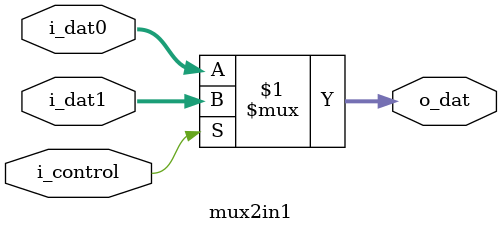
<source format=v>
module mux2in1(i_dat0, i_dat1, i_control, o_dat);

parameter WIDTH = 32;

input   [WIDTH-1:0]   i_dat0, i_dat1; 
input                 i_control;
output [WIDTH-1:0]   o_dat;

	assign o_dat = ((i_control) ? i_dat1 : i_dat0);
	
endmodule
</source>
